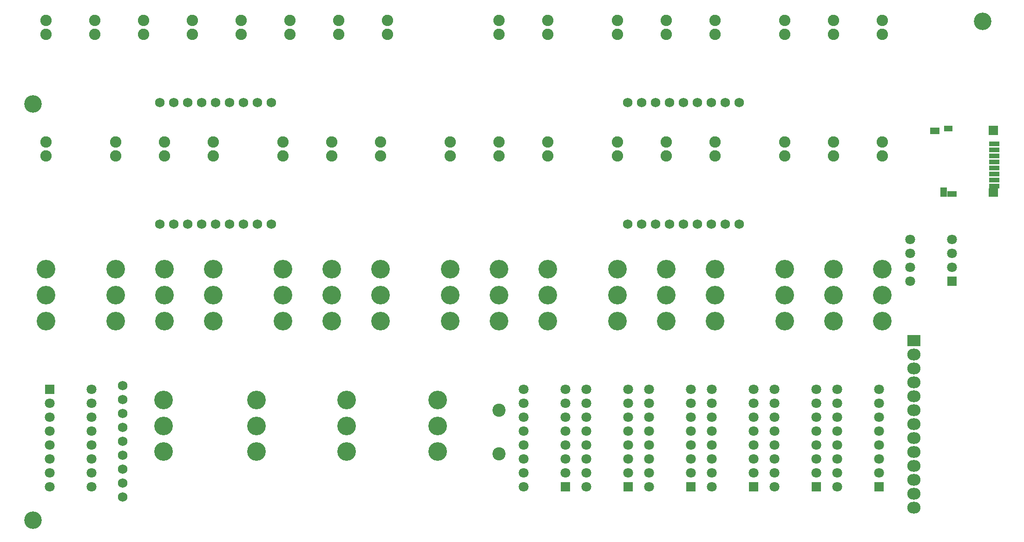
<source format=gts>
G04*
G04 #@! TF.GenerationSoftware,Altium Limited,Altium Designer,21.4.1 (30)*
G04*
G04 Layer_Color=8388736*
%FSLAX44Y44*%
%MOMM*%
G71*
G04*
G04 #@! TF.SameCoordinates,DE04AE30-6A1C-4D90-925E-84108EEAD676*
G04*
G04*
G04 #@! TF.FilePolarity,Negative*
G04*
G01*
G75*
%ADD24R,1.7032X1.0032*%
%ADD25R,1.6032X1.0032*%
%ADD26R,1.7032X1.5032*%
%ADD27R,1.7032X1.7032*%
%ADD28R,1.2032X1.6532*%
%ADD29R,1.7532X1.2032*%
%ADD30R,1.9532X0.9032*%
%ADD31C,1.7272*%
%ADD32R,1.7970X1.7970*%
%ADD33C,1.7970*%
%ADD34C,3.2032*%
%ADD35C,3.4000*%
%ADD36C,2.3990*%
%ADD37C,2.0764*%
G04:AMPARAMS|DCode=38|XSize=2.432mm|YSize=2.1272mm|CornerRadius=1.0636mm|HoleSize=0mm|Usage=FLASHONLY|Rotation=0.000|XOffset=0mm|YOffset=0mm|HoleType=Round|Shape=RoundedRectangle|*
%AMROUNDEDRECTD38*
21,1,2.4320,0.0000,0,0,0.0*
21,1,0.3048,2.1272,0,0,0.0*
1,1,2.1272,0.1524,0.0000*
1,1,2.1272,-0.1524,0.0000*
1,1,2.1272,-0.1524,0.0000*
1,1,2.1272,0.1524,0.0000*
%
%ADD38ROUNDEDRECTD38*%
%ADD39R,2.4320X2.1272*%
D24*
X1714000Y635500D02*
D03*
D25*
X1707500Y754750D02*
D03*
D26*
X1790000Y638000D02*
D03*
D27*
Y751500D02*
D03*
D28*
X1699000Y638750D02*
D03*
D29*
X1683250Y750750D02*
D03*
D30*
X1791250Y650000D02*
D03*
Y661000D02*
D03*
Y672000D02*
D03*
Y683000D02*
D03*
Y694000D02*
D03*
Y705000D02*
D03*
Y716000D02*
D03*
Y727000D02*
D03*
D31*
X203000Y183950D02*
D03*
Y209350D02*
D03*
Y234750D02*
D03*
Y260150D02*
D03*
Y285550D02*
D03*
Y158550D02*
D03*
Y133150D02*
D03*
Y107750D02*
D03*
Y82350D02*
D03*
X1326600Y580000D02*
D03*
X1301200D02*
D03*
X1275800D02*
D03*
X1250400D02*
D03*
X1123400D02*
D03*
X1148800D02*
D03*
X1174200D02*
D03*
X1199600D02*
D03*
X1225000D02*
D03*
X1326600Y802500D02*
D03*
X1301200D02*
D03*
X1275800D02*
D03*
X1250400D02*
D03*
X1123400D02*
D03*
X1148800D02*
D03*
X1174200D02*
D03*
X1199600D02*
D03*
X1225000D02*
D03*
X474100D02*
D03*
X448700D02*
D03*
X423300D02*
D03*
X397900D02*
D03*
X270900D02*
D03*
X296300D02*
D03*
X321700D02*
D03*
X347100D02*
D03*
X372500D02*
D03*
X474100Y580000D02*
D03*
X448700D02*
D03*
X423300D02*
D03*
X397900D02*
D03*
X270900D02*
D03*
X296300D02*
D03*
X321700D02*
D03*
X347100D02*
D03*
X372500D02*
D03*
D32*
X1714500Y476250D02*
D03*
X69850Y279400D02*
D03*
X1352550Y101600D02*
D03*
X1009650D02*
D03*
X1466850D02*
D03*
X1123950D02*
D03*
X1581150D02*
D03*
X1238250D02*
D03*
D33*
X1714500Y501650D02*
D03*
Y527050D02*
D03*
Y552450D02*
D03*
X1638300D02*
D03*
Y527050D02*
D03*
Y501650D02*
D03*
Y476250D02*
D03*
X146050Y279400D02*
D03*
Y254000D02*
D03*
Y228600D02*
D03*
Y203200D02*
D03*
Y177800D02*
D03*
Y152400D02*
D03*
Y127000D02*
D03*
Y101600D02*
D03*
X69850D02*
D03*
Y127000D02*
D03*
Y152400D02*
D03*
Y177800D02*
D03*
Y203200D02*
D03*
Y228600D02*
D03*
Y254000D02*
D03*
X1276350Y101600D02*
D03*
Y127000D02*
D03*
Y152400D02*
D03*
Y177800D02*
D03*
Y203200D02*
D03*
Y228600D02*
D03*
Y254000D02*
D03*
Y279400D02*
D03*
X1352550D02*
D03*
Y254000D02*
D03*
Y228600D02*
D03*
Y203200D02*
D03*
Y177800D02*
D03*
Y152400D02*
D03*
Y127000D02*
D03*
X933450Y101600D02*
D03*
Y127000D02*
D03*
Y152400D02*
D03*
Y177800D02*
D03*
Y203200D02*
D03*
Y228600D02*
D03*
Y254000D02*
D03*
Y279400D02*
D03*
X1009650D02*
D03*
Y254000D02*
D03*
Y228600D02*
D03*
Y203200D02*
D03*
Y177800D02*
D03*
Y152400D02*
D03*
Y127000D02*
D03*
X1390650Y101600D02*
D03*
Y127000D02*
D03*
Y152400D02*
D03*
Y177800D02*
D03*
Y203200D02*
D03*
Y228600D02*
D03*
Y254000D02*
D03*
Y279400D02*
D03*
X1466850D02*
D03*
Y254000D02*
D03*
Y228600D02*
D03*
Y203200D02*
D03*
Y177800D02*
D03*
Y152400D02*
D03*
Y127000D02*
D03*
X1047750Y101600D02*
D03*
Y127000D02*
D03*
Y152400D02*
D03*
Y177800D02*
D03*
Y203200D02*
D03*
Y228600D02*
D03*
Y254000D02*
D03*
Y279400D02*
D03*
X1123950D02*
D03*
Y254000D02*
D03*
Y228600D02*
D03*
Y203200D02*
D03*
Y177800D02*
D03*
Y152400D02*
D03*
Y127000D02*
D03*
X1504950Y101600D02*
D03*
Y127000D02*
D03*
Y152400D02*
D03*
Y177800D02*
D03*
Y203200D02*
D03*
Y228600D02*
D03*
Y254000D02*
D03*
Y279400D02*
D03*
X1581150D02*
D03*
Y254000D02*
D03*
Y228600D02*
D03*
Y203200D02*
D03*
Y177800D02*
D03*
Y152400D02*
D03*
Y127000D02*
D03*
X1162050Y101600D02*
D03*
Y127000D02*
D03*
Y152400D02*
D03*
Y177800D02*
D03*
Y203200D02*
D03*
Y228600D02*
D03*
Y254000D02*
D03*
Y279400D02*
D03*
X1238250D02*
D03*
Y254000D02*
D03*
Y228600D02*
D03*
Y203200D02*
D03*
Y177800D02*
D03*
Y152400D02*
D03*
Y127000D02*
D03*
D34*
X1770000Y950000D02*
D03*
X40000Y40000D02*
D03*
Y800000D02*
D03*
D35*
X776750Y259500D02*
D03*
Y165500D02*
D03*
Y212500D02*
D03*
X610750Y259500D02*
D03*
Y165500D02*
D03*
Y212500D02*
D03*
X446500Y259500D02*
D03*
Y165500D02*
D03*
Y212500D02*
D03*
X277750Y259500D02*
D03*
Y165500D02*
D03*
Y212500D02*
D03*
X1193800Y497850D02*
D03*
Y403850D02*
D03*
Y450850D02*
D03*
X495300D02*
D03*
Y403850D02*
D03*
Y497850D02*
D03*
X1587500D02*
D03*
Y403850D02*
D03*
Y450850D02*
D03*
X1498600Y497850D02*
D03*
Y403850D02*
D03*
Y450850D02*
D03*
X1409700Y497850D02*
D03*
Y403850D02*
D03*
Y450850D02*
D03*
X1282700Y497850D02*
D03*
Y403850D02*
D03*
Y450850D02*
D03*
X1104900Y497850D02*
D03*
Y403850D02*
D03*
Y450850D02*
D03*
X977900Y497850D02*
D03*
Y403850D02*
D03*
Y450850D02*
D03*
X889000Y497850D02*
D03*
Y403850D02*
D03*
Y450850D02*
D03*
X800100Y497850D02*
D03*
Y403850D02*
D03*
Y450850D02*
D03*
X673100Y497850D02*
D03*
Y403850D02*
D03*
Y450850D02*
D03*
X584200Y497850D02*
D03*
Y403850D02*
D03*
Y450850D02*
D03*
X368300Y497850D02*
D03*
Y403850D02*
D03*
Y450850D02*
D03*
X279400Y497850D02*
D03*
Y403850D02*
D03*
Y450850D02*
D03*
X190500Y497850D02*
D03*
Y403850D02*
D03*
Y450850D02*
D03*
X63500Y497850D02*
D03*
Y403850D02*
D03*
Y450850D02*
D03*
D36*
X889000Y241300D02*
D03*
Y161300D02*
D03*
D37*
X800100Y730250D02*
D03*
Y704850D02*
D03*
X1587500D02*
D03*
Y730250D02*
D03*
X1498600Y704850D02*
D03*
Y730250D02*
D03*
X1409700Y704850D02*
D03*
Y730250D02*
D03*
X1282700Y704850D02*
D03*
Y730250D02*
D03*
X1193800Y704850D02*
D03*
Y730250D02*
D03*
X1104900Y704850D02*
D03*
Y730250D02*
D03*
X977900Y704850D02*
D03*
Y730250D02*
D03*
X889000Y704850D02*
D03*
Y730250D02*
D03*
X673100Y704850D02*
D03*
Y730250D02*
D03*
X584200Y704850D02*
D03*
Y730250D02*
D03*
X495300Y704850D02*
D03*
Y730250D02*
D03*
X368300Y704850D02*
D03*
Y730250D02*
D03*
X279400Y704850D02*
D03*
Y730250D02*
D03*
X190500Y704850D02*
D03*
Y730250D02*
D03*
X63500Y704850D02*
D03*
Y730250D02*
D03*
X1587500Y927100D02*
D03*
Y952500D02*
D03*
X1498600Y927100D02*
D03*
Y952500D02*
D03*
X1409700Y927100D02*
D03*
Y952500D02*
D03*
X1282700Y927100D02*
D03*
Y952500D02*
D03*
X1193800Y927100D02*
D03*
Y952500D02*
D03*
X1104900Y927100D02*
D03*
Y952500D02*
D03*
X977900Y927100D02*
D03*
Y952500D02*
D03*
X889000Y927100D02*
D03*
Y952500D02*
D03*
X685800Y927100D02*
D03*
Y952500D02*
D03*
X596900Y927100D02*
D03*
Y952500D02*
D03*
X508000Y927100D02*
D03*
Y952500D02*
D03*
X419100Y927100D02*
D03*
Y952500D02*
D03*
X330200Y927100D02*
D03*
Y952500D02*
D03*
X241300Y927100D02*
D03*
Y952500D02*
D03*
X152400Y927100D02*
D03*
Y952500D02*
D03*
X63500Y927100D02*
D03*
Y952500D02*
D03*
D38*
X1644650Y63500D02*
D03*
Y88900D02*
D03*
Y114300D02*
D03*
Y139700D02*
D03*
Y165100D02*
D03*
Y190500D02*
D03*
Y215900D02*
D03*
Y241300D02*
D03*
Y266700D02*
D03*
Y292100D02*
D03*
Y317500D02*
D03*
Y342900D02*
D03*
D39*
Y368300D02*
D03*
M02*

</source>
